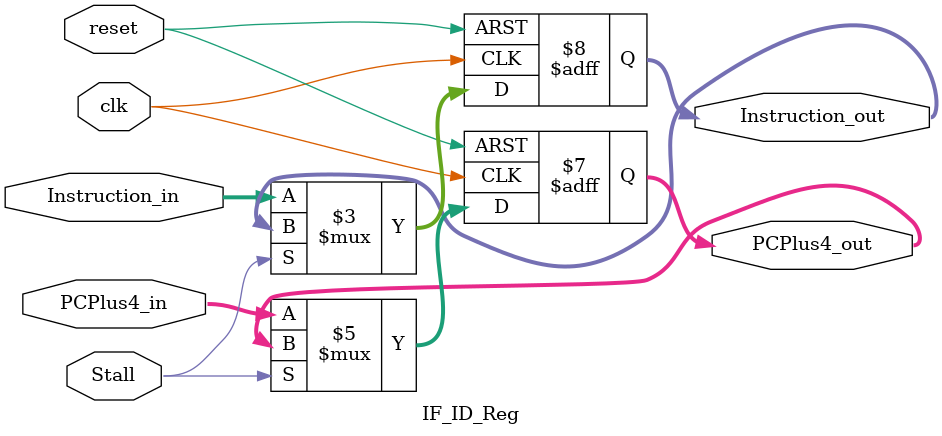
<source format=v>
`timescale 1ns / 1ps


// =====================
// IF/ID Register
// =====================
module IF_ID_Reg(
    input wire clk,
    input wire reset,
    input wire Stall,  // renamed from IF_ID_Write
    input wire [31:0] PCPlus4_in,
    input wire [31:0] Instruction_in,
    output reg [31:0] PCPlus4_out,
    output reg [31:0] Instruction_out
);
    always @(posedge clk or posedge reset) begin
        if (reset) begin
            PCPlus4_out <= 0;
            Instruction_out <= 0;
        end else if (!Stall) begin
            PCPlus4_out <= PCPlus4_in;
            Instruction_out <= Instruction_in;
        end
    end
endmodule


</source>
